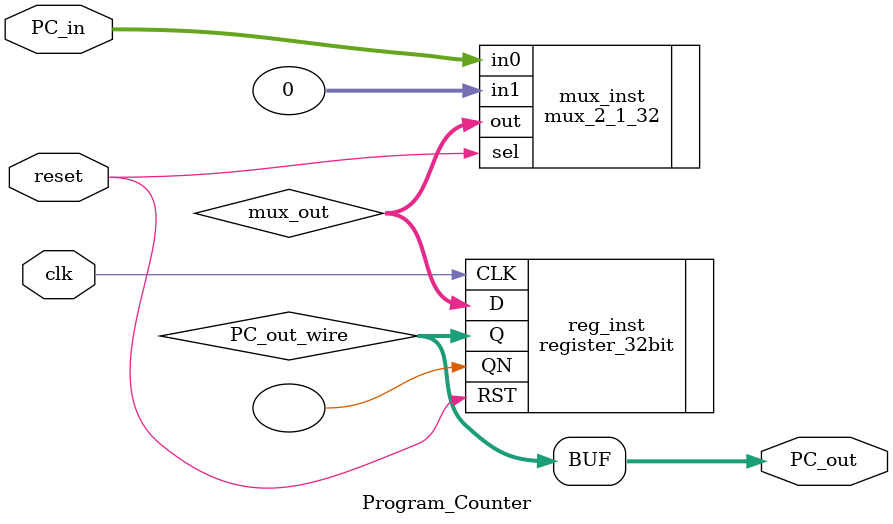
<source format=v>
/*
    -----------------------------------------------------------------------------
    Module Name: Program_Counter
    Description: This module implements a Program Counter (PC) for a single-cycle
                             MIPS processor using a 2-to-1 multiplexer and a register module.
    -----------------------------------------------------------------------------

    Input Ports:
    - clk   : Clock signal. The PC is updated on the rising edge of this signal.
    - reset : Active-high reset signal. When asserted, the PC is reset to 0x00000000.
    - PC_in : 32-bit input representing the next instruction address to be loaded 
                        into the PC.

    Output Ports:
    - PC_out: 32-bit output representing the current value of the Program Counter.
*/

module Program_Counter(
        input                 clk,       // Clock signal
        input                 reset,     // Active-high reset signal
        input          [31:0] PC_in,     // 32-bit input for the next instruction address
        output reg     [31:0] PC_out     // 32-bit output for the current PC value
);
        wire [31:0] PC_out_wire;
        wire [31:0] mux_out; // Output of the multiplexer

        // Instantiate the 2-to-1 multiplexer
        mux_2_1_32 mux_inst (
                .sel(reset),         // Select signal (reset acts as the select signal)
                .in0(PC_in),         // Input 0 (next instruction address)
                .in1(32'h00000000),  // Input 1 (reset value)
                .out(mux_out)        // Output of the multiplexer
        );

        // Instantiate the register
        register_32bit reg_inst (
            .D(mux_out),        // Data input
            .CLK(clk),          // Clock input
            .RST(reset),        // Reset input
            .Q(PC_out_wire),    // Output
            .QN()               // Unused complement output
        );

        always @(*) begin
            PC_out = PC_out_wire;
        end
endmodule
</source>
